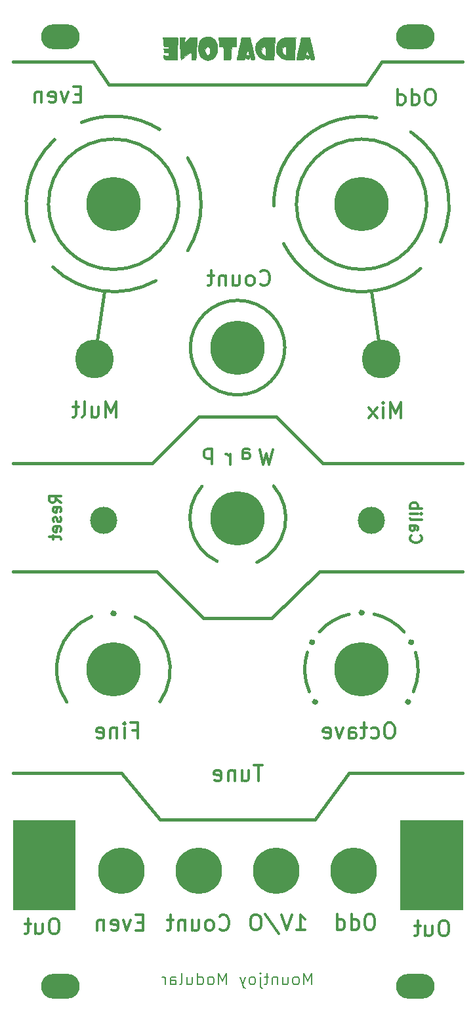
<source format=gbr>
%TF.GenerationSoftware,KiCad,Pcbnew,(5.99.0-12348-g4b436fb86d)*%
%TF.CreationDate,2021-09-22T22:40:44+01:00*%
%TF.ProjectId,Addatone Panel,41646461-746f-46e6-9520-50616e656c2e,rev?*%
%TF.SameCoordinates,Original*%
%TF.FileFunction,Soldermask,Bot*%
%TF.FilePolarity,Negative*%
%FSLAX46Y46*%
G04 Gerber Fmt 4.6, Leading zero omitted, Abs format (unit mm)*
G04 Created by KiCad (PCBNEW (5.99.0-12348-g4b436fb86d)) date 2021-09-22 22:40:44*
%MOMM*%
%LPD*%
G01*
G04 APERTURE LIST*
%ADD10C,0.400000*%
%ADD11C,0.100000*%
%ADD12C,0.700000*%
%ADD13C,0.300000*%
%ADD14C,0.150000*%
%ADD15C,0.010000*%
%ADD16O,5.000000X3.200000*%
%ADD17C,7.000000*%
%ADD18C,6.000000*%
%ADD19C,5.000000*%
%ADD20C,3.500000*%
G04 APERTURE END LIST*
D10*
X122410000Y-65000000D02*
G75*
G03*
X122410000Y-65000000I-8410000J0D01*
G01*
X152345462Y-55656681D02*
G75*
G02*
X156200000Y-69850000I-6345462J-9343319D01*
G01*
X153631514Y-73292918D02*
G75*
G02*
X135950000Y-70100000I-7631514J8292918D01*
G01*
X119465032Y-74867417D02*
G75*
G02*
X106150000Y-73100000I-5465032J9867417D01*
G01*
X112800000Y-76200000D02*
X111500000Y-84900000D01*
X123567269Y-59027429D02*
G75*
G02*
X123550000Y-71000000I-9517269J-5972571D01*
G01*
X109861232Y-54428134D02*
G75*
G02*
X119950000Y-55350000I4138768J-10371866D01*
G01*
X103767198Y-69772029D02*
G75*
G02*
X106400000Y-56650000I10232802J4772029D01*
G01*
X136100000Y-83500000D02*
G75*
G03*
X136100000Y-83500000I-6100000J0D01*
G01*
X127366495Y-111070875D02*
G75*
G02*
X125400000Y-101400000I2633505J5570875D01*
G01*
X134646408Y-101358636D02*
G75*
G02*
X132500000Y-111200000I-4646408J-4141364D01*
G01*
D11*
X159000000Y-156000000D02*
X151000000Y-156000000D01*
X151000000Y-156000000D02*
X151000000Y-144500000D01*
X151000000Y-144500000D02*
X159000000Y-144500000D01*
X159000000Y-144500000D02*
X159000000Y-156000000D01*
G36*
X159000000Y-156000000D02*
G01*
X151000000Y-156000000D01*
X151000000Y-144500000D01*
X159000000Y-144500000D01*
X159000000Y-156000000D01*
G37*
X159000000Y-156000000D02*
X151000000Y-156000000D01*
X151000000Y-144500000D01*
X159000000Y-144500000D01*
X159000000Y-156000000D01*
D10*
X141000000Y-98400000D02*
X159000000Y-98400000D01*
X140000000Y-144400000D02*
X144400000Y-138400000D01*
X101000000Y-138400000D02*
X115000000Y-138400000D01*
X120000000Y-144400000D02*
X140000000Y-144400000D01*
X115000000Y-138400000D02*
X120000000Y-144400000D01*
X144400000Y-138400000D02*
X159000000Y-138400000D01*
X125600000Y-118400000D02*
X119600000Y-112400000D01*
X159000000Y-112400000D02*
X140600000Y-112400000D01*
X134400000Y-118400000D02*
X125600000Y-118400000D01*
X140600000Y-112400000D02*
X134400000Y-118400000D01*
X119600000Y-112400000D02*
X101000000Y-112400000D01*
X113400000Y-49600000D02*
X146600000Y-49600000D01*
X146600000Y-49600000D02*
X148600000Y-46600000D01*
X101000000Y-46600000D02*
X111400000Y-46600000D01*
X111400000Y-46600000D02*
X113400000Y-49600000D01*
X148600000Y-46600000D02*
X159000000Y-46600000D01*
X116767790Y-118227720D02*
G75*
G02*
X119979203Y-129200000I-2788587J-6772280D01*
G01*
D11*
X109000000Y-156000000D02*
X101000000Y-156000000D01*
X101000000Y-156000000D02*
X101000000Y-144500000D01*
X101000000Y-144500000D02*
X109000000Y-144500000D01*
X109000000Y-144500000D02*
X109000000Y-156000000D01*
G36*
X109000000Y-156000000D02*
G01*
X101000000Y-156000000D01*
X101000000Y-144500000D01*
X109000000Y-144500000D01*
X109000000Y-156000000D01*
G37*
X109000000Y-156000000D02*
X101000000Y-156000000D01*
X101000000Y-144500000D01*
X109000000Y-144500000D01*
X109000000Y-156000000D01*
D10*
X134682526Y-65199425D02*
G75*
G02*
X147950000Y-53850000I11317474J199425D01*
G01*
D12*
X140070000Y-129200000D02*
G75*
G03*
X140070000Y-129200000I-70000J0D01*
G01*
D10*
X125000000Y-92400000D02*
X135000000Y-92400000D01*
X139257409Y-127894386D02*
G75*
G02*
X139000000Y-122800000I6742591J2894386D01*
G01*
X135000000Y-92400000D02*
X141000000Y-98400000D01*
X154410000Y-65000000D02*
G75*
G03*
X154410000Y-65000000I-8410000J0D01*
G01*
X147250000Y-76200000D02*
X148500000Y-85000000D01*
X140560318Y-120164727D02*
G75*
G02*
X144400000Y-117900000I5439682J-4835273D01*
G01*
X101000000Y-98400000D02*
X119000000Y-98400000D01*
D12*
X152070000Y-129200000D02*
G75*
G03*
X152070000Y-129200000I-70000J0D01*
G01*
D10*
X119000000Y-98400000D02*
X125000000Y-92400000D01*
X107954644Y-129217191D02*
G75*
G02*
X111179203Y-118200000I6024559J4217191D01*
G01*
X147617058Y-117881354D02*
G75*
G02*
X151500000Y-120200000I-1617058J-7118646D01*
G01*
D12*
X146070000Y-117700000D02*
G75*
G03*
X146070000Y-117700000I-70000J0D01*
G01*
X114049203Y-117800000D02*
G75*
G03*
X114049203Y-117800000I-70000J0D01*
G01*
X139670000Y-121500000D02*
G75*
G03*
X139670000Y-121500000I-70000J0D01*
G01*
X152470000Y-121500000D02*
G75*
G03*
X152470000Y-121500000I-70000J0D01*
G01*
D10*
X152964808Y-122811060D02*
G75*
G02*
X152700000Y-127900000I-6964808J-2188940D01*
G01*
D13*
X109752380Y-50807142D02*
X109085714Y-50807142D01*
X108800000Y-51854761D02*
X109752380Y-51854761D01*
X109752380Y-49854761D01*
X108800000Y-49854761D01*
X108133333Y-50521428D02*
X107657142Y-51854761D01*
X107180952Y-50521428D01*
X105657142Y-51759523D02*
X105847619Y-51854761D01*
X106228571Y-51854761D01*
X106419047Y-51759523D01*
X106514285Y-51569047D01*
X106514285Y-50807142D01*
X106419047Y-50616666D01*
X106228571Y-50521428D01*
X105847619Y-50521428D01*
X105657142Y-50616666D01*
X105561904Y-50807142D01*
X105561904Y-50997619D01*
X106514285Y-51188095D01*
X104704761Y-50521428D02*
X104704761Y-51854761D01*
X104704761Y-50711904D02*
X104609523Y-50616666D01*
X104419047Y-50521428D01*
X104133333Y-50521428D01*
X103942857Y-50616666D01*
X103847619Y-50807142D01*
X103847619Y-51854761D01*
X151052380Y-92554761D02*
X151052380Y-90554761D01*
X150385714Y-91983333D01*
X149719047Y-90554761D01*
X149719047Y-92554761D01*
X148766666Y-92554761D02*
X148766666Y-91221428D01*
X148766666Y-90554761D02*
X148861904Y-90650000D01*
X148766666Y-90745238D01*
X148671428Y-90650000D01*
X148766666Y-90554761D01*
X148766666Y-90745238D01*
X148004761Y-92554761D02*
X146957142Y-91221428D01*
X148004761Y-91221428D02*
X146957142Y-92554761D01*
X114316666Y-92454761D02*
X114316666Y-90454761D01*
X113650000Y-91883333D01*
X112983333Y-90454761D01*
X112983333Y-92454761D01*
X111173809Y-91121428D02*
X111173809Y-92454761D01*
X112030952Y-91121428D02*
X112030952Y-92169047D01*
X111935714Y-92359523D01*
X111745238Y-92454761D01*
X111459523Y-92454761D01*
X111269047Y-92359523D01*
X111173809Y-92264285D01*
X109935714Y-92454761D02*
X110126190Y-92359523D01*
X110221428Y-92169047D01*
X110221428Y-90454761D01*
X109459523Y-91121428D02*
X108697619Y-91121428D01*
X109173809Y-90454761D02*
X109173809Y-92169047D01*
X109078571Y-92359523D01*
X108888095Y-92454761D01*
X108697619Y-92454761D01*
X132916666Y-75314285D02*
X133011904Y-75409523D01*
X133297619Y-75504761D01*
X133488095Y-75504761D01*
X133773809Y-75409523D01*
X133964285Y-75219047D01*
X134059523Y-75028571D01*
X134154761Y-74647619D01*
X134154761Y-74361904D01*
X134059523Y-73980952D01*
X133964285Y-73790476D01*
X133773809Y-73600000D01*
X133488095Y-73504761D01*
X133297619Y-73504761D01*
X133011904Y-73600000D01*
X132916666Y-73695238D01*
X131773809Y-75504761D02*
X131964285Y-75409523D01*
X132059523Y-75314285D01*
X132154761Y-75123809D01*
X132154761Y-74552380D01*
X132059523Y-74361904D01*
X131964285Y-74266666D01*
X131773809Y-74171428D01*
X131488095Y-74171428D01*
X131297619Y-74266666D01*
X131202380Y-74361904D01*
X131107142Y-74552380D01*
X131107142Y-75123809D01*
X131202380Y-75314285D01*
X131297619Y-75409523D01*
X131488095Y-75504761D01*
X131773809Y-75504761D01*
X129392857Y-74171428D02*
X129392857Y-75504761D01*
X130250000Y-74171428D02*
X130250000Y-75219047D01*
X130154761Y-75409523D01*
X129964285Y-75504761D01*
X129678571Y-75504761D01*
X129488095Y-75409523D01*
X129392857Y-75314285D01*
X128440476Y-74171428D02*
X128440476Y-75504761D01*
X128440476Y-74361904D02*
X128345238Y-74266666D01*
X128154761Y-74171428D01*
X127869047Y-74171428D01*
X127678571Y-74266666D01*
X127583333Y-74457142D01*
X127583333Y-75504761D01*
X126916666Y-74171428D02*
X126154761Y-74171428D01*
X126630952Y-73504761D02*
X126630952Y-75219047D01*
X126535714Y-75409523D01*
X126345238Y-75504761D01*
X126154761Y-75504761D01*
X152414285Y-107742857D02*
X152342857Y-107814285D01*
X152271428Y-108028571D01*
X152271428Y-108171428D01*
X152342857Y-108385714D01*
X152485714Y-108528571D01*
X152628571Y-108600000D01*
X152914285Y-108671428D01*
X153128571Y-108671428D01*
X153414285Y-108600000D01*
X153557142Y-108528571D01*
X153700000Y-108385714D01*
X153771428Y-108171428D01*
X153771428Y-108028571D01*
X153700000Y-107814285D01*
X153628571Y-107742857D01*
X152271428Y-106457142D02*
X153057142Y-106457142D01*
X153200000Y-106528571D01*
X153271428Y-106671428D01*
X153271428Y-106957142D01*
X153200000Y-107100000D01*
X152342857Y-106457142D02*
X152271428Y-106600000D01*
X152271428Y-106957142D01*
X152342857Y-107100000D01*
X152485714Y-107171428D01*
X152628571Y-107171428D01*
X152771428Y-107100000D01*
X152842857Y-106957142D01*
X152842857Y-106600000D01*
X152914285Y-106457142D01*
X152271428Y-105528571D02*
X152342857Y-105671428D01*
X152485714Y-105742857D01*
X153771428Y-105742857D01*
X152271428Y-104957142D02*
X153271428Y-104957142D01*
X153771428Y-104957142D02*
X153700000Y-105028571D01*
X153628571Y-104957142D01*
X153700000Y-104885714D01*
X153771428Y-104957142D01*
X153628571Y-104957142D01*
X152271428Y-104242857D02*
X153771428Y-104242857D01*
X153200000Y-104242857D02*
X153271428Y-104100000D01*
X153271428Y-103814285D01*
X153200000Y-103671428D01*
X153128571Y-103600000D01*
X152985714Y-103528571D01*
X152557142Y-103528571D01*
X152414285Y-103600000D01*
X152342857Y-103671428D01*
X152271428Y-103814285D01*
X152271428Y-104100000D01*
X152342857Y-104242857D01*
X107228571Y-103492857D02*
X106514285Y-102992857D01*
X107228571Y-102635714D02*
X105728571Y-102635714D01*
X105728571Y-103207142D01*
X105800000Y-103350000D01*
X105871428Y-103421428D01*
X106014285Y-103492857D01*
X106228571Y-103492857D01*
X106371428Y-103421428D01*
X106442857Y-103350000D01*
X106514285Y-103207142D01*
X106514285Y-102635714D01*
X107157142Y-104707142D02*
X107228571Y-104564285D01*
X107228571Y-104278571D01*
X107157142Y-104135714D01*
X107014285Y-104064285D01*
X106442857Y-104064285D01*
X106300000Y-104135714D01*
X106228571Y-104278571D01*
X106228571Y-104564285D01*
X106300000Y-104707142D01*
X106442857Y-104778571D01*
X106585714Y-104778571D01*
X106728571Y-104064285D01*
X107157142Y-105350000D02*
X107228571Y-105492857D01*
X107228571Y-105778571D01*
X107157142Y-105921428D01*
X107014285Y-105992857D01*
X106942857Y-105992857D01*
X106800000Y-105921428D01*
X106728571Y-105778571D01*
X106728571Y-105564285D01*
X106657142Y-105421428D01*
X106514285Y-105350000D01*
X106442857Y-105350000D01*
X106300000Y-105421428D01*
X106228571Y-105564285D01*
X106228571Y-105778571D01*
X106300000Y-105921428D01*
X107157142Y-107207142D02*
X107228571Y-107064285D01*
X107228571Y-106778571D01*
X107157142Y-106635714D01*
X107014285Y-106564285D01*
X106442857Y-106564285D01*
X106300000Y-106635714D01*
X106228571Y-106778571D01*
X106228571Y-107064285D01*
X106300000Y-107207142D01*
X106442857Y-107278571D01*
X106585714Y-107278571D01*
X106728571Y-106564285D01*
X106228571Y-107707142D02*
X106228571Y-108278571D01*
X105728571Y-107921428D02*
X107014285Y-107921428D01*
X107157142Y-107992857D01*
X107228571Y-108135714D01*
X107228571Y-108278571D01*
X134550000Y-96604761D02*
X134073809Y-98604761D01*
X133692857Y-97176190D01*
X133311904Y-98604761D01*
X132835714Y-96604761D01*
X129026190Y-98604761D02*
X129026190Y-97271428D01*
X129026190Y-97652380D02*
X128930952Y-97461904D01*
X128835714Y-97366666D01*
X128645238Y-97271428D01*
X128454761Y-97271428D01*
X156816666Y-157404761D02*
X156435714Y-157404761D01*
X156245238Y-157500000D01*
X156054761Y-157690476D01*
X155959523Y-158071428D01*
X155959523Y-158738095D01*
X156054761Y-159119047D01*
X156245238Y-159309523D01*
X156435714Y-159404761D01*
X156816666Y-159404761D01*
X157007142Y-159309523D01*
X157197619Y-159119047D01*
X157292857Y-158738095D01*
X157292857Y-158071428D01*
X157197619Y-157690476D01*
X157007142Y-157500000D01*
X156816666Y-157404761D01*
X154245238Y-158071428D02*
X154245238Y-159404761D01*
X155102380Y-158071428D02*
X155102380Y-159119047D01*
X155007142Y-159309523D01*
X154816666Y-159404761D01*
X154530952Y-159404761D01*
X154340476Y-159309523D01*
X154245238Y-159214285D01*
X153578571Y-158071428D02*
X152816666Y-158071428D01*
X153292857Y-157404761D02*
X153292857Y-159119047D01*
X153197619Y-159309523D01*
X153007142Y-159404761D01*
X152816666Y-159404761D01*
X137580952Y-158654761D02*
X138723809Y-158654761D01*
X138152380Y-158654761D02*
X138152380Y-156654761D01*
X138342857Y-156940476D01*
X138533333Y-157130952D01*
X138723809Y-157226190D01*
X137009523Y-156654761D02*
X136342857Y-158654761D01*
X135676190Y-156654761D01*
X133580952Y-156559523D02*
X135295238Y-159130952D01*
X132533333Y-156654761D02*
X132152380Y-156654761D01*
X131961904Y-156750000D01*
X131771428Y-156940476D01*
X131676190Y-157321428D01*
X131676190Y-157988095D01*
X131771428Y-158369047D01*
X131961904Y-158559523D01*
X132152380Y-158654761D01*
X132533333Y-158654761D01*
X132723809Y-158559523D01*
X132914285Y-158369047D01*
X133009523Y-157988095D01*
X133009523Y-157321428D01*
X132914285Y-156940476D01*
X132723809Y-156750000D01*
X132533333Y-156654761D01*
X147250000Y-156604761D02*
X146869047Y-156604761D01*
X146678571Y-156700000D01*
X146488095Y-156890476D01*
X146392857Y-157271428D01*
X146392857Y-157938095D01*
X146488095Y-158319047D01*
X146678571Y-158509523D01*
X146869047Y-158604761D01*
X147250000Y-158604761D01*
X147440476Y-158509523D01*
X147630952Y-158319047D01*
X147726190Y-157938095D01*
X147726190Y-157271428D01*
X147630952Y-156890476D01*
X147440476Y-156700000D01*
X147250000Y-156604761D01*
X144678571Y-158604761D02*
X144678571Y-156604761D01*
X144678571Y-158509523D02*
X144869047Y-158604761D01*
X145250000Y-158604761D01*
X145440476Y-158509523D01*
X145535714Y-158414285D01*
X145630952Y-158223809D01*
X145630952Y-157652380D01*
X145535714Y-157461904D01*
X145440476Y-157366666D01*
X145250000Y-157271428D01*
X144869047Y-157271428D01*
X144678571Y-157366666D01*
X142869047Y-158604761D02*
X142869047Y-156604761D01*
X142869047Y-158509523D02*
X143059523Y-158604761D01*
X143440476Y-158604761D01*
X143630952Y-158509523D01*
X143726190Y-158414285D01*
X143821428Y-158223809D01*
X143821428Y-157652380D01*
X143726190Y-157461904D01*
X143630952Y-157366666D01*
X143440476Y-157271428D01*
X143059523Y-157271428D01*
X142869047Y-157366666D01*
X127666666Y-158514285D02*
X127761904Y-158609523D01*
X128047619Y-158704761D01*
X128238095Y-158704761D01*
X128523809Y-158609523D01*
X128714285Y-158419047D01*
X128809523Y-158228571D01*
X128904761Y-157847619D01*
X128904761Y-157561904D01*
X128809523Y-157180952D01*
X128714285Y-156990476D01*
X128523809Y-156800000D01*
X128238095Y-156704761D01*
X128047619Y-156704761D01*
X127761904Y-156800000D01*
X127666666Y-156895238D01*
X126523809Y-158704761D02*
X126714285Y-158609523D01*
X126809523Y-158514285D01*
X126904761Y-158323809D01*
X126904761Y-157752380D01*
X126809523Y-157561904D01*
X126714285Y-157466666D01*
X126523809Y-157371428D01*
X126238095Y-157371428D01*
X126047619Y-157466666D01*
X125952380Y-157561904D01*
X125857142Y-157752380D01*
X125857142Y-158323809D01*
X125952380Y-158514285D01*
X126047619Y-158609523D01*
X126238095Y-158704761D01*
X126523809Y-158704761D01*
X124142857Y-157371428D02*
X124142857Y-158704761D01*
X125000000Y-157371428D02*
X125000000Y-158419047D01*
X124904761Y-158609523D01*
X124714285Y-158704761D01*
X124428571Y-158704761D01*
X124238095Y-158609523D01*
X124142857Y-158514285D01*
X123190476Y-157371428D02*
X123190476Y-158704761D01*
X123190476Y-157561904D02*
X123095238Y-157466666D01*
X122904761Y-157371428D01*
X122619047Y-157371428D01*
X122428571Y-157466666D01*
X122333333Y-157657142D01*
X122333333Y-158704761D01*
X121666666Y-157371428D02*
X120904761Y-157371428D01*
X121380952Y-156704761D02*
X121380952Y-158419047D01*
X121285714Y-158609523D01*
X121095238Y-158704761D01*
X120904761Y-158704761D01*
X117802380Y-157657142D02*
X117135714Y-157657142D01*
X116850000Y-158704761D02*
X117802380Y-158704761D01*
X117802380Y-156704761D01*
X116850000Y-156704761D01*
X116183333Y-157371428D02*
X115707142Y-158704761D01*
X115230952Y-157371428D01*
X113707142Y-158609523D02*
X113897619Y-158704761D01*
X114278571Y-158704761D01*
X114469047Y-158609523D01*
X114564285Y-158419047D01*
X114564285Y-157657142D01*
X114469047Y-157466666D01*
X114278571Y-157371428D01*
X113897619Y-157371428D01*
X113707142Y-157466666D01*
X113611904Y-157657142D01*
X113611904Y-157847619D01*
X114564285Y-158038095D01*
X112754761Y-157371428D02*
X112754761Y-158704761D01*
X112754761Y-157561904D02*
X112659523Y-157466666D01*
X112469047Y-157371428D01*
X112183333Y-157371428D01*
X111992857Y-157466666D01*
X111897619Y-157657142D01*
X111897619Y-158704761D01*
X106516666Y-157154761D02*
X106135714Y-157154761D01*
X105945238Y-157250000D01*
X105754761Y-157440476D01*
X105659523Y-157821428D01*
X105659523Y-158488095D01*
X105754761Y-158869047D01*
X105945238Y-159059523D01*
X106135714Y-159154761D01*
X106516666Y-159154761D01*
X106707142Y-159059523D01*
X106897619Y-158869047D01*
X106992857Y-158488095D01*
X106992857Y-157821428D01*
X106897619Y-157440476D01*
X106707142Y-157250000D01*
X106516666Y-157154761D01*
X103945238Y-157821428D02*
X103945238Y-159154761D01*
X104802380Y-157821428D02*
X104802380Y-158869047D01*
X104707142Y-159059523D01*
X104516666Y-159154761D01*
X104230952Y-159154761D01*
X104040476Y-159059523D01*
X103945238Y-158964285D01*
X103278571Y-157821428D02*
X102516666Y-157821428D01*
X102992857Y-157154761D02*
X102992857Y-158869047D01*
X102897619Y-159059523D01*
X102707142Y-159154761D01*
X102516666Y-159154761D01*
X130650000Y-97854761D02*
X130650000Y-96807142D01*
X130745238Y-96616666D01*
X130935714Y-96521428D01*
X131316666Y-96521428D01*
X131507142Y-96616666D01*
X130650000Y-97759523D02*
X130840476Y-97854761D01*
X131316666Y-97854761D01*
X131507142Y-97759523D01*
X131602380Y-97569047D01*
X131602380Y-97378571D01*
X131507142Y-97188095D01*
X131316666Y-97092857D01*
X130840476Y-97092857D01*
X130650000Y-96997619D01*
X126650000Y-96521428D02*
X126650000Y-98521428D01*
X126650000Y-96616666D02*
X126459523Y-96521428D01*
X126078571Y-96521428D01*
X125888095Y-96616666D01*
X125792857Y-96711904D01*
X125697619Y-96902380D01*
X125697619Y-97473809D01*
X125792857Y-97664285D01*
X125888095Y-97759523D01*
X126078571Y-97854761D01*
X126459523Y-97854761D01*
X126650000Y-97759523D01*
X133238095Y-137404761D02*
X132095238Y-137404761D01*
X132666666Y-139404761D02*
X132666666Y-137404761D01*
X130571428Y-138071428D02*
X130571428Y-139404761D01*
X131428571Y-138071428D02*
X131428571Y-139119047D01*
X131333333Y-139309523D01*
X131142857Y-139404761D01*
X130857142Y-139404761D01*
X130666666Y-139309523D01*
X130571428Y-139214285D01*
X129619047Y-138071428D02*
X129619047Y-139404761D01*
X129619047Y-138261904D02*
X129523809Y-138166666D01*
X129333333Y-138071428D01*
X129047619Y-138071428D01*
X128857142Y-138166666D01*
X128761904Y-138357142D01*
X128761904Y-139404761D01*
X127047619Y-139309523D02*
X127238095Y-139404761D01*
X127619047Y-139404761D01*
X127809523Y-139309523D01*
X127904761Y-139119047D01*
X127904761Y-138357142D01*
X127809523Y-138166666D01*
X127619047Y-138071428D01*
X127238095Y-138071428D01*
X127047619Y-138166666D01*
X126952380Y-138357142D01*
X126952380Y-138547619D01*
X127904761Y-138738095D01*
D14*
X139571428Y-165678571D02*
X139571428Y-164178571D01*
X139071428Y-165250000D01*
X138571428Y-164178571D01*
X138571428Y-165678571D01*
X137642857Y-165678571D02*
X137785714Y-165607142D01*
X137857142Y-165535714D01*
X137928571Y-165392857D01*
X137928571Y-164964285D01*
X137857142Y-164821428D01*
X137785714Y-164750000D01*
X137642857Y-164678571D01*
X137428571Y-164678571D01*
X137285714Y-164750000D01*
X137214285Y-164821428D01*
X137142857Y-164964285D01*
X137142857Y-165392857D01*
X137214285Y-165535714D01*
X137285714Y-165607142D01*
X137428571Y-165678571D01*
X137642857Y-165678571D01*
X135857142Y-164678571D02*
X135857142Y-165678571D01*
X136500000Y-164678571D02*
X136500000Y-165464285D01*
X136428571Y-165607142D01*
X136285714Y-165678571D01*
X136071428Y-165678571D01*
X135928571Y-165607142D01*
X135857142Y-165535714D01*
X135142857Y-164678571D02*
X135142857Y-165678571D01*
X135142857Y-164821428D02*
X135071428Y-164750000D01*
X134928571Y-164678571D01*
X134714285Y-164678571D01*
X134571428Y-164750000D01*
X134500000Y-164892857D01*
X134500000Y-165678571D01*
X134000000Y-164678571D02*
X133428571Y-164678571D01*
X133785714Y-164178571D02*
X133785714Y-165464285D01*
X133714285Y-165607142D01*
X133571428Y-165678571D01*
X133428571Y-165678571D01*
X132928571Y-164678571D02*
X132928571Y-165964285D01*
X133000000Y-166107142D01*
X133142857Y-166178571D01*
X133214285Y-166178571D01*
X132928571Y-164178571D02*
X133000000Y-164250000D01*
X132928571Y-164321428D01*
X132857142Y-164250000D01*
X132928571Y-164178571D01*
X132928571Y-164321428D01*
X132000000Y-165678571D02*
X132142857Y-165607142D01*
X132214285Y-165535714D01*
X132285714Y-165392857D01*
X132285714Y-164964285D01*
X132214285Y-164821428D01*
X132142857Y-164750000D01*
X132000000Y-164678571D01*
X131785714Y-164678571D01*
X131642857Y-164750000D01*
X131571428Y-164821428D01*
X131500000Y-164964285D01*
X131500000Y-165392857D01*
X131571428Y-165535714D01*
X131642857Y-165607142D01*
X131785714Y-165678571D01*
X132000000Y-165678571D01*
X131000000Y-164678571D02*
X130642857Y-165678571D01*
X130285714Y-164678571D02*
X130642857Y-165678571D01*
X130785714Y-166035714D01*
X130857142Y-166107142D01*
X131000000Y-166178571D01*
X128571428Y-165678571D02*
X128571428Y-164178571D01*
X128071428Y-165250000D01*
X127571428Y-164178571D01*
X127571428Y-165678571D01*
X126642857Y-165678571D02*
X126785714Y-165607142D01*
X126857142Y-165535714D01*
X126928571Y-165392857D01*
X126928571Y-164964285D01*
X126857142Y-164821428D01*
X126785714Y-164750000D01*
X126642857Y-164678571D01*
X126428571Y-164678571D01*
X126285714Y-164750000D01*
X126214285Y-164821428D01*
X126142857Y-164964285D01*
X126142857Y-165392857D01*
X126214285Y-165535714D01*
X126285714Y-165607142D01*
X126428571Y-165678571D01*
X126642857Y-165678571D01*
X124857142Y-165678571D02*
X124857142Y-164178571D01*
X124857142Y-165607142D02*
X125000000Y-165678571D01*
X125285714Y-165678571D01*
X125428571Y-165607142D01*
X125500000Y-165535714D01*
X125571428Y-165392857D01*
X125571428Y-164964285D01*
X125500000Y-164821428D01*
X125428571Y-164750000D01*
X125285714Y-164678571D01*
X125000000Y-164678571D01*
X124857142Y-164750000D01*
X123500000Y-164678571D02*
X123500000Y-165678571D01*
X124142857Y-164678571D02*
X124142857Y-165464285D01*
X124071428Y-165607142D01*
X123928571Y-165678571D01*
X123714285Y-165678571D01*
X123571428Y-165607142D01*
X123500000Y-165535714D01*
X122571428Y-165678571D02*
X122714285Y-165607142D01*
X122785714Y-165464285D01*
X122785714Y-164178571D01*
X121357142Y-165678571D02*
X121357142Y-164892857D01*
X121428571Y-164750000D01*
X121571428Y-164678571D01*
X121857142Y-164678571D01*
X122000000Y-164750000D01*
X121357142Y-165607142D02*
X121500000Y-165678571D01*
X121857142Y-165678571D01*
X122000000Y-165607142D01*
X122071428Y-165464285D01*
X122071428Y-165321428D01*
X122000000Y-165178571D01*
X121857142Y-165107142D01*
X121500000Y-165107142D01*
X121357142Y-165035714D01*
X120642857Y-165678571D02*
X120642857Y-164678571D01*
X120642857Y-164964285D02*
X120571428Y-164821428D01*
X120500000Y-164750000D01*
X120357142Y-164678571D01*
X120214285Y-164678571D01*
D13*
X155050000Y-50154761D02*
X154669047Y-50154761D01*
X154478571Y-50250000D01*
X154288095Y-50440476D01*
X154192857Y-50821428D01*
X154192857Y-51488095D01*
X154288095Y-51869047D01*
X154478571Y-52059523D01*
X154669047Y-52154761D01*
X155050000Y-52154761D01*
X155240476Y-52059523D01*
X155430952Y-51869047D01*
X155526190Y-51488095D01*
X155526190Y-50821428D01*
X155430952Y-50440476D01*
X155240476Y-50250000D01*
X155050000Y-50154761D01*
X152478571Y-52154761D02*
X152478571Y-50154761D01*
X152478571Y-52059523D02*
X152669047Y-52154761D01*
X153050000Y-52154761D01*
X153240476Y-52059523D01*
X153335714Y-51964285D01*
X153430952Y-51773809D01*
X153430952Y-51202380D01*
X153335714Y-51011904D01*
X153240476Y-50916666D01*
X153050000Y-50821428D01*
X152669047Y-50821428D01*
X152478571Y-50916666D01*
X150669047Y-52154761D02*
X150669047Y-50154761D01*
X150669047Y-52059523D02*
X150859523Y-52154761D01*
X151240476Y-52154761D01*
X151430952Y-52059523D01*
X151526190Y-51964285D01*
X151621428Y-51773809D01*
X151621428Y-51202380D01*
X151526190Y-51011904D01*
X151430952Y-50916666D01*
X151240476Y-50821428D01*
X150859523Y-50821428D01*
X150669047Y-50916666D01*
X149792857Y-131904761D02*
X149411904Y-131904761D01*
X149221428Y-132000000D01*
X149030952Y-132190476D01*
X148935714Y-132571428D01*
X148935714Y-133238095D01*
X149030952Y-133619047D01*
X149221428Y-133809523D01*
X149411904Y-133904761D01*
X149792857Y-133904761D01*
X149983333Y-133809523D01*
X150173809Y-133619047D01*
X150269047Y-133238095D01*
X150269047Y-132571428D01*
X150173809Y-132190476D01*
X149983333Y-132000000D01*
X149792857Y-131904761D01*
X147221428Y-133809523D02*
X147411904Y-133904761D01*
X147792857Y-133904761D01*
X147983333Y-133809523D01*
X148078571Y-133714285D01*
X148173809Y-133523809D01*
X148173809Y-132952380D01*
X148078571Y-132761904D01*
X147983333Y-132666666D01*
X147792857Y-132571428D01*
X147411904Y-132571428D01*
X147221428Y-132666666D01*
X146650000Y-132571428D02*
X145888095Y-132571428D01*
X146364285Y-131904761D02*
X146364285Y-133619047D01*
X146269047Y-133809523D01*
X146078571Y-133904761D01*
X145888095Y-133904761D01*
X144364285Y-133904761D02*
X144364285Y-132857142D01*
X144459523Y-132666666D01*
X144650000Y-132571428D01*
X145030952Y-132571428D01*
X145221428Y-132666666D01*
X144364285Y-133809523D02*
X144554761Y-133904761D01*
X145030952Y-133904761D01*
X145221428Y-133809523D01*
X145316666Y-133619047D01*
X145316666Y-133428571D01*
X145221428Y-133238095D01*
X145030952Y-133142857D01*
X144554761Y-133142857D01*
X144364285Y-133047619D01*
X143602380Y-132571428D02*
X143126190Y-133904761D01*
X142650000Y-132571428D01*
X141126190Y-133809523D02*
X141316666Y-133904761D01*
X141697619Y-133904761D01*
X141888095Y-133809523D01*
X141983333Y-133619047D01*
X141983333Y-132857142D01*
X141888095Y-132666666D01*
X141697619Y-132571428D01*
X141316666Y-132571428D01*
X141126190Y-132666666D01*
X141030952Y-132857142D01*
X141030952Y-133047619D01*
X141983333Y-133238095D01*
X116431583Y-132857142D02*
X117098250Y-132857142D01*
X117098250Y-133904761D02*
X117098250Y-131904761D01*
X116145869Y-131904761D01*
X115383964Y-133904761D02*
X115383964Y-132571428D01*
X115383964Y-131904761D02*
X115479203Y-132000000D01*
X115383964Y-132095238D01*
X115288726Y-132000000D01*
X115383964Y-131904761D01*
X115383964Y-132095238D01*
X114431583Y-132571428D02*
X114431583Y-133904761D01*
X114431583Y-132761904D02*
X114336345Y-132666666D01*
X114145869Y-132571428D01*
X113860155Y-132571428D01*
X113669679Y-132666666D01*
X113574441Y-132857142D01*
X113574441Y-133904761D01*
X111860155Y-133809523D02*
X112050631Y-133904761D01*
X112431583Y-133904761D01*
X112622060Y-133809523D01*
X112717298Y-133619047D01*
X112717298Y-132857142D01*
X112622060Y-132666666D01*
X112431583Y-132571428D01*
X112050631Y-132571428D01*
X111860155Y-132666666D01*
X111764917Y-132857142D01*
X111764917Y-133047619D01*
X112717298Y-133238095D01*
D15*
X136079395Y-43506107D02*
X135669224Y-43660415D01*
X135669224Y-43660415D02*
X135340048Y-43890974D01*
X135340048Y-43890974D02*
X135124587Y-44159912D01*
X135124587Y-44159912D02*
X135030281Y-44405457D01*
X135030281Y-44405457D02*
X134976320Y-44720920D01*
X134976320Y-44720920D02*
X134967553Y-45054281D01*
X134967553Y-45054281D02*
X135008835Y-45353519D01*
X135008835Y-45353519D02*
X135012111Y-45365958D01*
X135012111Y-45365958D02*
X135156361Y-45683487D01*
X135156361Y-45683487D02*
X135392752Y-45969151D01*
X135392752Y-45969151D02*
X135686660Y-46183352D01*
X135686660Y-46183352D02*
X135756584Y-46217390D01*
X135756584Y-46217390D02*
X135976805Y-46284080D01*
X135976805Y-46284080D02*
X136276760Y-46335295D01*
X136276760Y-46335295D02*
X136609646Y-46366386D01*
X136609646Y-46366386D02*
X136928660Y-46372706D01*
X136928660Y-46372706D02*
X137149834Y-46355743D01*
X137149834Y-46355743D02*
X137346418Y-46326913D01*
X137346418Y-46326913D02*
X137376739Y-45519251D01*
X137376739Y-45519251D02*
X136280610Y-45519251D01*
X136280610Y-45519251D02*
X136279010Y-45690607D01*
X136279010Y-45690607D02*
X136263135Y-45779473D01*
X136263135Y-45779473D02*
X136227844Y-45808071D01*
X136227844Y-45808071D02*
X136167996Y-45798625D01*
X136167996Y-45798625D02*
X136146075Y-45792170D01*
X136146075Y-45792170D02*
X135982841Y-45712225D01*
X135982841Y-45712225D02*
X135882627Y-45635476D01*
X135882627Y-45635476D02*
X135801146Y-45501820D01*
X135801146Y-45501820D02*
X135742700Y-45306962D01*
X135742700Y-45306962D02*
X135733199Y-45244490D01*
X135733199Y-45244490D02*
X135747847Y-44978431D01*
X135747847Y-44978431D02*
X135852738Y-44785720D01*
X135852738Y-44785720D02*
X136038583Y-44681057D01*
X136038583Y-44681057D02*
X136096000Y-44670446D01*
X136096000Y-44670446D02*
X136170191Y-44665438D01*
X136170191Y-44665438D02*
X136217549Y-44688207D01*
X136217549Y-44688207D02*
X136245245Y-44761940D01*
X136245245Y-44761940D02*
X136260446Y-44909824D01*
X136260446Y-44909824D02*
X136270323Y-45155048D01*
X136270323Y-45155048D02*
X136273075Y-45243181D01*
X136273075Y-45243181D02*
X136280610Y-45519251D01*
X136280610Y-45519251D02*
X137376739Y-45519251D01*
X137376739Y-45519251D02*
X137389217Y-45186896D01*
X137389217Y-45186896D02*
X137405381Y-44797256D01*
X137405381Y-44797256D02*
X137423353Y-44431895D01*
X137423353Y-44431895D02*
X137441590Y-44117902D01*
X137441590Y-44117902D02*
X137458547Y-43882367D01*
X137458547Y-43882367D02*
X137470015Y-43769640D01*
X137470015Y-43769640D02*
X137508015Y-43492402D01*
X137508015Y-43492402D02*
X137085280Y-43447131D01*
X137085280Y-43447131D02*
X136556201Y-43433273D01*
X136556201Y-43433273D02*
X136079395Y-43506107D01*
X136079395Y-43506107D02*
X136079395Y-43506107D01*
G36*
X137149834Y-46355743D02*
G01*
X136928660Y-46372706D01*
X136609646Y-46366386D01*
X136276760Y-46335295D01*
X135976805Y-46284080D01*
X135756584Y-46217390D01*
X135686660Y-46183352D01*
X135392752Y-45969151D01*
X135156361Y-45683487D01*
X135012111Y-45365958D01*
X135008835Y-45353519D01*
X134993794Y-45244490D01*
X135733199Y-45244490D01*
X135742700Y-45306962D01*
X135801146Y-45501820D01*
X135882627Y-45635476D01*
X135982841Y-45712225D01*
X136146075Y-45792170D01*
X136167996Y-45798625D01*
X136227844Y-45808071D01*
X136263135Y-45779473D01*
X136279010Y-45690607D01*
X136280610Y-45519251D01*
X136273075Y-45243181D01*
X136270323Y-45155048D01*
X136260446Y-44909824D01*
X136245245Y-44761940D01*
X136217549Y-44688207D01*
X136170191Y-44665438D01*
X136096000Y-44670446D01*
X136038583Y-44681057D01*
X135852738Y-44785720D01*
X135747847Y-44978431D01*
X135733199Y-45244490D01*
X134993794Y-45244490D01*
X134967553Y-45054281D01*
X134976320Y-44720920D01*
X135030281Y-44405457D01*
X135124587Y-44159912D01*
X135340048Y-43890974D01*
X135669224Y-43660415D01*
X136079395Y-43506107D01*
X136556201Y-43433273D01*
X137085280Y-43447131D01*
X137508015Y-43492402D01*
X137470015Y-43769640D01*
X137458547Y-43882367D01*
X137441590Y-44117902D01*
X137423353Y-44431895D01*
X137405381Y-44797256D01*
X137389217Y-45186896D01*
X137376739Y-45519251D01*
X137346418Y-46326913D01*
X137149834Y-46355743D01*
G37*
X137149834Y-46355743D02*
X136928660Y-46372706D01*
X136609646Y-46366386D01*
X136276760Y-46335295D01*
X135976805Y-46284080D01*
X135756584Y-46217390D01*
X135686660Y-46183352D01*
X135392752Y-45969151D01*
X135156361Y-45683487D01*
X135012111Y-45365958D01*
X135008835Y-45353519D01*
X134993794Y-45244490D01*
X135733199Y-45244490D01*
X135742700Y-45306962D01*
X135801146Y-45501820D01*
X135882627Y-45635476D01*
X135982841Y-45712225D01*
X136146075Y-45792170D01*
X136167996Y-45798625D01*
X136227844Y-45808071D01*
X136263135Y-45779473D01*
X136279010Y-45690607D01*
X136280610Y-45519251D01*
X136273075Y-45243181D01*
X136270323Y-45155048D01*
X136260446Y-44909824D01*
X136245245Y-44761940D01*
X136217549Y-44688207D01*
X136170191Y-44665438D01*
X136096000Y-44670446D01*
X136038583Y-44681057D01*
X135852738Y-44785720D01*
X135747847Y-44978431D01*
X135733199Y-45244490D01*
X134993794Y-45244490D01*
X134967553Y-45054281D01*
X134976320Y-44720920D01*
X135030281Y-44405457D01*
X135124587Y-44159912D01*
X135340048Y-43890974D01*
X135669224Y-43660415D01*
X136079395Y-43506107D01*
X136556201Y-43433273D01*
X137085280Y-43447131D01*
X137508015Y-43492402D01*
X137470015Y-43769640D01*
X137458547Y-43882367D01*
X137441590Y-44117902D01*
X137423353Y-44431895D01*
X137405381Y-44797256D01*
X137389217Y-45186896D01*
X137376739Y-45519251D01*
X137346418Y-46326913D01*
X137149834Y-46355743D01*
X138126302Y-43841125D02*
X138083490Y-44043906D01*
X138083490Y-44043906D02*
X138022749Y-44321223D01*
X138022749Y-44321223D02*
X137949852Y-44647822D01*
X137949852Y-44647822D02*
X137870568Y-44998448D01*
X137870568Y-44998448D02*
X137790669Y-45347846D01*
X137790669Y-45347846D02*
X137715925Y-45670763D01*
X137715925Y-45670763D02*
X137652106Y-45941943D01*
X137652106Y-45941943D02*
X137604983Y-46136133D01*
X137604983Y-46136133D02*
X137582189Y-46222375D01*
X137582189Y-46222375D02*
X137577660Y-46277293D01*
X137577660Y-46277293D02*
X137621082Y-46310523D01*
X137621082Y-46310523D02*
X137735537Y-46327364D01*
X137735537Y-46327364D02*
X137944105Y-46333116D01*
X137944105Y-46333116D02*
X138066166Y-46333500D01*
X138066166Y-46333500D02*
X138324507Y-46330493D01*
X138324507Y-46330493D02*
X138482969Y-46317267D01*
X138482969Y-46317267D02*
X138568613Y-46287515D01*
X138568613Y-46287515D02*
X138608502Y-46234926D01*
X138608502Y-46234926D02*
X138618032Y-46204851D01*
X138618032Y-46204851D02*
X138644473Y-46126789D01*
X138644473Y-46126789D02*
X138690395Y-46111260D01*
X138690395Y-46111260D02*
X138791255Y-46159082D01*
X138791255Y-46159082D02*
X138879950Y-46210889D01*
X138879950Y-46210889D02*
X139024026Y-46280617D01*
X139024026Y-46280617D02*
X139115362Y-46296111D01*
X139115362Y-46296111D02*
X139128403Y-46285042D01*
X139128403Y-46285042D02*
X139179687Y-46188170D01*
X139179687Y-46188170D02*
X139232141Y-46110233D01*
X139232141Y-46110233D02*
X139294919Y-46039755D01*
X139294919Y-46039755D02*
X139331444Y-46071685D01*
X139331444Y-46071685D02*
X139358061Y-46164728D01*
X139358061Y-46164728D02*
X139402917Y-46275179D01*
X139402917Y-46275179D02*
X139490732Y-46323308D01*
X139490732Y-46323308D02*
X139653210Y-46333500D01*
X139653210Y-46333500D02*
X139811840Y-46320955D01*
X139811840Y-46320955D02*
X139899751Y-46289637D01*
X139899751Y-46289637D02*
X139906000Y-46277210D01*
X139906000Y-46277210D02*
X139891997Y-46198420D01*
X139891997Y-46198420D02*
X139853464Y-46019470D01*
X139853464Y-46019470D02*
X139798861Y-45778000D01*
X139798861Y-45778000D02*
X139206426Y-45778000D01*
X139206426Y-45778000D02*
X139167914Y-45817481D01*
X139167914Y-45817481D02*
X139042630Y-45800269D01*
X139042630Y-45800269D02*
X139010483Y-45793432D01*
X139010483Y-45793432D02*
X138858755Y-45756090D01*
X138858755Y-45756090D02*
X138772357Y-45725814D01*
X138772357Y-45725814D02*
X138768608Y-45723147D01*
X138768608Y-45723147D02*
X138769019Y-45652000D01*
X138769019Y-45652000D02*
X138805365Y-45512068D01*
X138805365Y-45512068D02*
X138861491Y-45350393D01*
X138861491Y-45350393D02*
X138921241Y-45214017D01*
X138921241Y-45214017D02*
X138964834Y-45151745D01*
X138964834Y-45151745D02*
X139020508Y-45181051D01*
X139020508Y-45181051D02*
X139087267Y-45307084D01*
X139087267Y-45307084D02*
X139152643Y-45501772D01*
X139152643Y-45501772D02*
X139189729Y-45657975D01*
X139189729Y-45657975D02*
X139206426Y-45778000D01*
X139206426Y-45778000D02*
X139798861Y-45778000D01*
X139798861Y-45778000D02*
X139795619Y-45763667D01*
X139795619Y-45763667D02*
X139723676Y-45454318D01*
X139723676Y-45454318D02*
X139689277Y-45308835D01*
X139689277Y-45308835D02*
X139603373Y-44938225D01*
X139603373Y-44938225D02*
X139521067Y-44566981D01*
X139521067Y-44566981D02*
X139450684Y-44233713D01*
X139450684Y-44233713D02*
X139400550Y-43977031D01*
X139400550Y-43977031D02*
X139393357Y-43936375D01*
X139393357Y-43936375D02*
X139314161Y-43476000D01*
X139314161Y-43476000D02*
X138200505Y-43476000D01*
X138200505Y-43476000D02*
X138126302Y-43841125D01*
X138126302Y-43841125D02*
X138126302Y-43841125D01*
G36*
X139891997Y-46198420D02*
G01*
X139906000Y-46277210D01*
X139899751Y-46289637D01*
X139811840Y-46320955D01*
X139653210Y-46333500D01*
X139490732Y-46323308D01*
X139402917Y-46275179D01*
X139358061Y-46164728D01*
X139331444Y-46071685D01*
X139294919Y-46039755D01*
X139232141Y-46110233D01*
X139179687Y-46188170D01*
X139128403Y-46285042D01*
X139115362Y-46296111D01*
X139024026Y-46280617D01*
X138879950Y-46210889D01*
X138791255Y-46159082D01*
X138690395Y-46111260D01*
X138644473Y-46126789D01*
X138618032Y-46204851D01*
X138608502Y-46234926D01*
X138568613Y-46287515D01*
X138482969Y-46317267D01*
X138324507Y-46330493D01*
X138066166Y-46333500D01*
X137944105Y-46333116D01*
X137735537Y-46327364D01*
X137621082Y-46310523D01*
X137577660Y-46277293D01*
X137582189Y-46222375D01*
X137604983Y-46136133D01*
X137652106Y-45941943D01*
X137703597Y-45723147D01*
X138768608Y-45723147D01*
X138772357Y-45725814D01*
X138858755Y-45756090D01*
X139010483Y-45793432D01*
X139042630Y-45800269D01*
X139167914Y-45817481D01*
X139206426Y-45778000D01*
X139189729Y-45657975D01*
X139152643Y-45501772D01*
X139087267Y-45307084D01*
X139020508Y-45181051D01*
X138964834Y-45151745D01*
X138921241Y-45214017D01*
X138861491Y-45350393D01*
X138805365Y-45512068D01*
X138769019Y-45652000D01*
X138768608Y-45723147D01*
X137703597Y-45723147D01*
X137715925Y-45670763D01*
X137790669Y-45347846D01*
X137870568Y-44998448D01*
X137949852Y-44647822D01*
X138022749Y-44321223D01*
X138083490Y-44043906D01*
X138126302Y-43841125D01*
X138200505Y-43476000D01*
X139314161Y-43476000D01*
X139393357Y-43936375D01*
X139400550Y-43977031D01*
X139450684Y-44233713D01*
X139521067Y-44566981D01*
X139603373Y-44938225D01*
X139689277Y-45308835D01*
X139723676Y-45454318D01*
X139795619Y-45763667D01*
X139798861Y-45778000D01*
X139853464Y-46019470D01*
X139891997Y-46198420D01*
G37*
X139891997Y-46198420D02*
X139906000Y-46277210D01*
X139899751Y-46289637D01*
X139811840Y-46320955D01*
X139653210Y-46333500D01*
X139490732Y-46323308D01*
X139402917Y-46275179D01*
X139358061Y-46164728D01*
X139331444Y-46071685D01*
X139294919Y-46039755D01*
X139232141Y-46110233D01*
X139179687Y-46188170D01*
X139128403Y-46285042D01*
X139115362Y-46296111D01*
X139024026Y-46280617D01*
X138879950Y-46210889D01*
X138791255Y-46159082D01*
X138690395Y-46111260D01*
X138644473Y-46126789D01*
X138618032Y-46204851D01*
X138608502Y-46234926D01*
X138568613Y-46287515D01*
X138482969Y-46317267D01*
X138324507Y-46330493D01*
X138066166Y-46333500D01*
X137944105Y-46333116D01*
X137735537Y-46327364D01*
X137621082Y-46310523D01*
X137577660Y-46277293D01*
X137582189Y-46222375D01*
X137604983Y-46136133D01*
X137652106Y-45941943D01*
X137703597Y-45723147D01*
X138768608Y-45723147D01*
X138772357Y-45725814D01*
X138858755Y-45756090D01*
X139010483Y-45793432D01*
X139042630Y-45800269D01*
X139167914Y-45817481D01*
X139206426Y-45778000D01*
X139189729Y-45657975D01*
X139152643Y-45501772D01*
X139087267Y-45307084D01*
X139020508Y-45181051D01*
X138964834Y-45151745D01*
X138921241Y-45214017D01*
X138861491Y-45350393D01*
X138805365Y-45512068D01*
X138769019Y-45652000D01*
X138768608Y-45723147D01*
X137703597Y-45723147D01*
X137715925Y-45670763D01*
X137790669Y-45347846D01*
X137870568Y-44998448D01*
X137949852Y-44647822D01*
X138022749Y-44321223D01*
X138083490Y-44043906D01*
X138126302Y-43841125D01*
X138200505Y-43476000D01*
X139314161Y-43476000D01*
X139393357Y-43936375D01*
X139400550Y-43977031D01*
X139450684Y-44233713D01*
X139521067Y-44566981D01*
X139603373Y-44938225D01*
X139689277Y-45308835D01*
X139723676Y-45454318D01*
X139795619Y-45763667D01*
X139798861Y-45778000D01*
X139853464Y-46019470D01*
X139891997Y-46198420D01*
X120396290Y-43936374D02*
X120411281Y-44246068D01*
X120411281Y-44246068D02*
X120430995Y-44449988D01*
X120430995Y-44449988D02*
X120467375Y-44569152D01*
X120467375Y-44569152D02*
X120532366Y-44624582D01*
X120532366Y-44624582D02*
X120637910Y-44637298D01*
X120637910Y-44637298D02*
X120789697Y-44628746D01*
X120789697Y-44628746D02*
X120978561Y-44619886D01*
X120978561Y-44619886D02*
X121073306Y-44636829D01*
X121073306Y-44636829D02*
X121106302Y-44694014D01*
X121106302Y-44694014D02*
X121110000Y-44771621D01*
X121110000Y-44771621D02*
X121100831Y-44868503D01*
X121100831Y-44868503D02*
X121051858Y-44917386D01*
X121051858Y-44917386D02*
X120930881Y-44934581D01*
X120930881Y-44934581D02*
X120784563Y-44936500D01*
X120784563Y-44936500D02*
X120459125Y-44936500D01*
X120459125Y-44936500D02*
X120498813Y-45134937D01*
X120498813Y-45134937D02*
X120526721Y-45290630D01*
X120526721Y-45290630D02*
X120538499Y-45388415D01*
X120538499Y-45388415D02*
X120538500Y-45388937D01*
X120538500Y-45388937D02*
X120595271Y-45422077D01*
X120595271Y-45422077D02*
X120738904Y-45441953D01*
X120738904Y-45441953D02*
X120824250Y-45444500D01*
X120824250Y-45444500D02*
X120999916Y-45449862D01*
X120999916Y-45449862D02*
X121083111Y-45481757D01*
X121083111Y-45481757D02*
X121108337Y-45563893D01*
X121108337Y-45563893D02*
X121110000Y-45640876D01*
X121110000Y-45640876D02*
X121110000Y-45837253D01*
X121110000Y-45837253D02*
X120760761Y-45815501D01*
X120760761Y-45815501D02*
X120411522Y-45793750D01*
X120411522Y-45793750D02*
X120451601Y-46016000D01*
X120451601Y-46016000D02*
X120485565Y-46177540D01*
X120485565Y-46177540D02*
X120515829Y-46279792D01*
X120515829Y-46279792D02*
X120518838Y-46285875D01*
X120518838Y-46285875D02*
X120589013Y-46303778D01*
X120589013Y-46303778D02*
X120761352Y-46318608D01*
X120761352Y-46318608D02*
X121011031Y-46328960D01*
X121011031Y-46328960D02*
X121313226Y-46333424D01*
X121313226Y-46333424D02*
X121359067Y-46333500D01*
X121359067Y-46333500D02*
X122172138Y-46333500D01*
X122172138Y-46333500D02*
X122218631Y-44989396D01*
X122218631Y-44989396D02*
X122233956Y-44585268D01*
X122233956Y-44585268D02*
X122250295Y-44221692D01*
X122250295Y-44221692D02*
X122266539Y-43918714D01*
X122266539Y-43918714D02*
X122281580Y-43696384D01*
X122281580Y-43696384D02*
X122294310Y-43574751D01*
X122294310Y-43574751D02*
X122297606Y-43560646D01*
X122297606Y-43560646D02*
X122287795Y-43527565D01*
X122287795Y-43527565D02*
X122218615Y-43503975D01*
X122218615Y-43503975D02*
X122074524Y-43488482D01*
X122074524Y-43488482D02*
X121839984Y-43479694D01*
X121839984Y-43479694D02*
X121499452Y-43476218D01*
X121499452Y-43476218D02*
X121352844Y-43475999D01*
X121352844Y-43475999D02*
X120375599Y-43475999D01*
X120375599Y-43475999D02*
X120396290Y-43936374D01*
X120396290Y-43936374D02*
X120396290Y-43936374D01*
G36*
X121499452Y-43476218D02*
G01*
X121839984Y-43479694D01*
X122074524Y-43488482D01*
X122218615Y-43503975D01*
X122287795Y-43527565D01*
X122297606Y-43560646D01*
X122294310Y-43574751D01*
X122281580Y-43696384D01*
X122266539Y-43918714D01*
X122250295Y-44221692D01*
X122233956Y-44585268D01*
X122218631Y-44989396D01*
X122172138Y-46333500D01*
X121359067Y-46333500D01*
X121313226Y-46333424D01*
X121011031Y-46328960D01*
X120761352Y-46318608D01*
X120589013Y-46303778D01*
X120518838Y-46285875D01*
X120515829Y-46279792D01*
X120485565Y-46177540D01*
X120451601Y-46016000D01*
X120411522Y-45793750D01*
X120760761Y-45815501D01*
X121110000Y-45837253D01*
X121110000Y-45640876D01*
X121108337Y-45563893D01*
X121083111Y-45481757D01*
X120999916Y-45449862D01*
X120824250Y-45444500D01*
X120738904Y-45441953D01*
X120595271Y-45422077D01*
X120538500Y-45388937D01*
X120538499Y-45388415D01*
X120526721Y-45290630D01*
X120498813Y-45134937D01*
X120459125Y-44936500D01*
X120784563Y-44936500D01*
X120930881Y-44934581D01*
X121051858Y-44917386D01*
X121100831Y-44868503D01*
X121110000Y-44771621D01*
X121106302Y-44694014D01*
X121073306Y-44636829D01*
X120978561Y-44619886D01*
X120789697Y-44628746D01*
X120637910Y-44637298D01*
X120532366Y-44624582D01*
X120467375Y-44569152D01*
X120430995Y-44449988D01*
X120411281Y-44246068D01*
X120396290Y-43936374D01*
X120375599Y-43475999D01*
X121352844Y-43475999D01*
X121499452Y-43476218D01*
G37*
X121499452Y-43476218D02*
X121839984Y-43479694D01*
X122074524Y-43488482D01*
X122218615Y-43503975D01*
X122287795Y-43527565D01*
X122297606Y-43560646D01*
X122294310Y-43574751D01*
X122281580Y-43696384D01*
X122266539Y-43918714D01*
X122250295Y-44221692D01*
X122233956Y-44585268D01*
X122218631Y-44989396D01*
X122172138Y-46333500D01*
X121359067Y-46333500D01*
X121313226Y-46333424D01*
X121011031Y-46328960D01*
X120761352Y-46318608D01*
X120589013Y-46303778D01*
X120518838Y-46285875D01*
X120515829Y-46279792D01*
X120485565Y-46177540D01*
X120451601Y-46016000D01*
X120411522Y-45793750D01*
X120760761Y-45815501D01*
X121110000Y-45837253D01*
X121110000Y-45640876D01*
X121108337Y-45563893D01*
X121083111Y-45481757D01*
X120999916Y-45449862D01*
X120824250Y-45444500D01*
X120738904Y-45441953D01*
X120595271Y-45422077D01*
X120538500Y-45388937D01*
X120538499Y-45388415D01*
X120526721Y-45290630D01*
X120498813Y-45134937D01*
X120459125Y-44936500D01*
X120784563Y-44936500D01*
X120930881Y-44934581D01*
X121051858Y-44917386D01*
X121100831Y-44868503D01*
X121110000Y-44771621D01*
X121106302Y-44694014D01*
X121073306Y-44636829D01*
X120978561Y-44619886D01*
X120789697Y-44628746D01*
X120637910Y-44637298D01*
X120532366Y-44624582D01*
X120467375Y-44569152D01*
X120430995Y-44449988D01*
X120411281Y-44246068D01*
X120396290Y-43936374D01*
X120375599Y-43475999D01*
X121352844Y-43475999D01*
X121499452Y-43476218D01*
X125658494Y-43466100D02*
X125348273Y-43659973D01*
X125348273Y-43659973D02*
X125106938Y-43948005D01*
X125106938Y-43948005D02*
X125039359Y-44076622D01*
X125039359Y-44076622D02*
X124956326Y-44361712D01*
X124956326Y-44361712D02*
X124919789Y-44715639D01*
X124919789Y-44715639D02*
X124929337Y-45089219D01*
X124929337Y-45089219D02*
X124984561Y-45433268D01*
X124984561Y-45433268D02*
X125052336Y-45635000D01*
X125052336Y-45635000D02*
X125254111Y-45986505D01*
X125254111Y-45986505D02*
X125495595Y-46223775D01*
X125495595Y-46223775D02*
X125791436Y-46357076D01*
X125791436Y-46357076D02*
X126139222Y-46396762D01*
X126139222Y-46396762D02*
X126474749Y-46356916D01*
X126474749Y-46356916D02*
X126696878Y-46261724D01*
X126696878Y-46261724D02*
X126869590Y-46144537D01*
X126869590Y-46144537D02*
X126999655Y-46017401D01*
X126999655Y-46017401D02*
X127121771Y-45840947D01*
X127121771Y-45840947D02*
X127221241Y-45666750D01*
X127221241Y-45666750D02*
X127293073Y-45510400D01*
X127293073Y-45510400D02*
X127336199Y-45337782D01*
X127336199Y-45337782D02*
X127357230Y-45110317D01*
X127357230Y-45110317D02*
X127357691Y-45087552D01*
X127357691Y-45087552D02*
X126466097Y-45087552D01*
X126466097Y-45087552D02*
X126454393Y-45310782D01*
X126454393Y-45310782D02*
X126395012Y-45519988D01*
X126395012Y-45519988D02*
X126294438Y-45680899D01*
X126294438Y-45680899D02*
X126159152Y-45759244D01*
X126159152Y-45759244D02*
X126126500Y-45762000D01*
X126126500Y-45762000D02*
X126005296Y-45712429D01*
X126005296Y-45712429D02*
X125895131Y-45598243D01*
X125895131Y-45598243D02*
X125808357Y-45385918D01*
X125808357Y-45385918D02*
X125784487Y-45142757D01*
X125784487Y-45142757D02*
X125821515Y-44915117D01*
X125821515Y-44915117D02*
X125917435Y-44749350D01*
X125917435Y-44749350D02*
X125932452Y-44736104D01*
X125932452Y-44736104D02*
X126052155Y-44651571D01*
X126052155Y-44651571D02*
X126126500Y-44619000D01*
X126126500Y-44619000D02*
X126206971Y-44655267D01*
X126206971Y-44655267D02*
X126320549Y-44736104D01*
X126320549Y-44736104D02*
X126423644Y-44884569D01*
X126423644Y-44884569D02*
X126466097Y-45087552D01*
X126466097Y-45087552D02*
X127357691Y-45087552D01*
X127357691Y-45087552D02*
X127362686Y-44841250D01*
X127362686Y-44841250D02*
X127359496Y-44553155D01*
X127359496Y-44553155D02*
X127342173Y-44351784D01*
X127342173Y-44351784D02*
X127302826Y-44197011D01*
X127302826Y-44197011D02*
X127233564Y-44048714D01*
X127233564Y-44048714D02*
X127192728Y-43977133D01*
X127192728Y-43977133D02*
X127005489Y-43715311D01*
X127005489Y-43715311D02*
X126788210Y-43542985D01*
X126788210Y-43542985D02*
X126499258Y-43430190D01*
X126499258Y-43430190D02*
X126397190Y-43404585D01*
X126397190Y-43404585D02*
X126015499Y-43377325D01*
X126015499Y-43377325D02*
X125658494Y-43466100D01*
X125658494Y-43466100D02*
X125658494Y-43466100D01*
G36*
X127336199Y-45337782D02*
G01*
X127293073Y-45510400D01*
X127221241Y-45666750D01*
X127121771Y-45840947D01*
X126999655Y-46017401D01*
X126869590Y-46144537D01*
X126696878Y-46261724D01*
X126474749Y-46356916D01*
X126139222Y-46396762D01*
X125791436Y-46357076D01*
X125495595Y-46223775D01*
X125254111Y-45986505D01*
X125052336Y-45635000D01*
X124984561Y-45433268D01*
X124937930Y-45142757D01*
X125784487Y-45142757D01*
X125808357Y-45385918D01*
X125895131Y-45598243D01*
X126005296Y-45712429D01*
X126126500Y-45762000D01*
X126159152Y-45759244D01*
X126294438Y-45680899D01*
X126395012Y-45519988D01*
X126454393Y-45310782D01*
X126466097Y-45087552D01*
X126423644Y-44884569D01*
X126320549Y-44736104D01*
X126206971Y-44655267D01*
X126126500Y-44619000D01*
X126052155Y-44651571D01*
X125932452Y-44736104D01*
X125917435Y-44749350D01*
X125821515Y-44915117D01*
X125784487Y-45142757D01*
X124937930Y-45142757D01*
X124929337Y-45089219D01*
X124919789Y-44715639D01*
X124956326Y-44361712D01*
X125039359Y-44076622D01*
X125106938Y-43948005D01*
X125348273Y-43659973D01*
X125658494Y-43466100D01*
X126015499Y-43377325D01*
X126397190Y-43404585D01*
X126499258Y-43430190D01*
X126788210Y-43542985D01*
X127005489Y-43715311D01*
X127192728Y-43977133D01*
X127233564Y-44048714D01*
X127302826Y-44197011D01*
X127342173Y-44351784D01*
X127359496Y-44553155D01*
X127362686Y-44841250D01*
X127357691Y-45087552D01*
X127357230Y-45110317D01*
X127336199Y-45337782D01*
G37*
X127336199Y-45337782D02*
X127293073Y-45510400D01*
X127221241Y-45666750D01*
X127121771Y-45840947D01*
X126999655Y-46017401D01*
X126869590Y-46144537D01*
X126696878Y-46261724D01*
X126474749Y-46356916D01*
X126139222Y-46396762D01*
X125791436Y-46357076D01*
X125495595Y-46223775D01*
X125254111Y-45986505D01*
X125052336Y-45635000D01*
X124984561Y-45433268D01*
X124937930Y-45142757D01*
X125784487Y-45142757D01*
X125808357Y-45385918D01*
X125895131Y-45598243D01*
X126005296Y-45712429D01*
X126126500Y-45762000D01*
X126159152Y-45759244D01*
X126294438Y-45680899D01*
X126395012Y-45519988D01*
X126454393Y-45310782D01*
X126466097Y-45087552D01*
X126423644Y-44884569D01*
X126320549Y-44736104D01*
X126206971Y-44655267D01*
X126126500Y-44619000D01*
X126052155Y-44651571D01*
X125932452Y-44736104D01*
X125917435Y-44749350D01*
X125821515Y-44915117D01*
X125784487Y-45142757D01*
X124937930Y-45142757D01*
X124929337Y-45089219D01*
X124919789Y-44715639D01*
X124956326Y-44361712D01*
X125039359Y-44076622D01*
X125106938Y-43948005D01*
X125348273Y-43659973D01*
X125658494Y-43466100D01*
X126015499Y-43377325D01*
X126397190Y-43404585D01*
X126499258Y-43430190D01*
X126788210Y-43542985D01*
X127005489Y-43715311D01*
X127192728Y-43977133D01*
X127233564Y-44048714D01*
X127302826Y-44197011D01*
X127342173Y-44351784D01*
X127359496Y-44553155D01*
X127362686Y-44841250D01*
X127357691Y-45087552D01*
X127357230Y-45110317D01*
X127336199Y-45337782D01*
X130442802Y-43841125D02*
X130399990Y-44043906D01*
X130399990Y-44043906D02*
X130339249Y-44321223D01*
X130339249Y-44321223D02*
X130266352Y-44647822D01*
X130266352Y-44647822D02*
X130187068Y-44998448D01*
X130187068Y-44998448D02*
X130107169Y-45347846D01*
X130107169Y-45347846D02*
X130032425Y-45670763D01*
X130032425Y-45670763D02*
X129968606Y-45941943D01*
X129968606Y-45941943D02*
X129921483Y-46136133D01*
X129921483Y-46136133D02*
X129898689Y-46222375D01*
X129898689Y-46222375D02*
X129894160Y-46277293D01*
X129894160Y-46277293D02*
X129937582Y-46310523D01*
X129937582Y-46310523D02*
X130052037Y-46327364D01*
X130052037Y-46327364D02*
X130260605Y-46333116D01*
X130260605Y-46333116D02*
X130382666Y-46333500D01*
X130382666Y-46333500D02*
X130641007Y-46330493D01*
X130641007Y-46330493D02*
X130799469Y-46317267D01*
X130799469Y-46317267D02*
X130885113Y-46287515D01*
X130885113Y-46287515D02*
X130925002Y-46234926D01*
X130925002Y-46234926D02*
X130934532Y-46204851D01*
X130934532Y-46204851D02*
X130960973Y-46126789D01*
X130960973Y-46126789D02*
X131006895Y-46111260D01*
X131006895Y-46111260D02*
X131107755Y-46159082D01*
X131107755Y-46159082D02*
X131196450Y-46210889D01*
X131196450Y-46210889D02*
X131340526Y-46280617D01*
X131340526Y-46280617D02*
X131431862Y-46296111D01*
X131431862Y-46296111D02*
X131444903Y-46285042D01*
X131444903Y-46285042D02*
X131496187Y-46188170D01*
X131496187Y-46188170D02*
X131548641Y-46110233D01*
X131548641Y-46110233D02*
X131611419Y-46039755D01*
X131611419Y-46039755D02*
X131647944Y-46071685D01*
X131647944Y-46071685D02*
X131674561Y-46164728D01*
X131674561Y-46164728D02*
X131719417Y-46275179D01*
X131719417Y-46275179D02*
X131807232Y-46323308D01*
X131807232Y-46323308D02*
X131969710Y-46333500D01*
X131969710Y-46333500D02*
X132128340Y-46320955D01*
X132128340Y-46320955D02*
X132216251Y-46289637D01*
X132216251Y-46289637D02*
X132222500Y-46277210D01*
X132222500Y-46277210D02*
X132208497Y-46198420D01*
X132208497Y-46198420D02*
X132169964Y-46019470D01*
X132169964Y-46019470D02*
X132115361Y-45778000D01*
X132115361Y-45778000D02*
X131522926Y-45778000D01*
X131522926Y-45778000D02*
X131484414Y-45817481D01*
X131484414Y-45817481D02*
X131359130Y-45800269D01*
X131359130Y-45800269D02*
X131326983Y-45793432D01*
X131326983Y-45793432D02*
X131175255Y-45756090D01*
X131175255Y-45756090D02*
X131088857Y-45725814D01*
X131088857Y-45725814D02*
X131085108Y-45723147D01*
X131085108Y-45723147D02*
X131085519Y-45652000D01*
X131085519Y-45652000D02*
X131121865Y-45512068D01*
X131121865Y-45512068D02*
X131177991Y-45350393D01*
X131177991Y-45350393D02*
X131237741Y-45214017D01*
X131237741Y-45214017D02*
X131281334Y-45151745D01*
X131281334Y-45151745D02*
X131337008Y-45181051D01*
X131337008Y-45181051D02*
X131403767Y-45307084D01*
X131403767Y-45307084D02*
X131469143Y-45501772D01*
X131469143Y-45501772D02*
X131506229Y-45657975D01*
X131506229Y-45657975D02*
X131522926Y-45778000D01*
X131522926Y-45778000D02*
X132115361Y-45778000D01*
X132115361Y-45778000D02*
X132112119Y-45763667D01*
X132112119Y-45763667D02*
X132040176Y-45454318D01*
X132040176Y-45454318D02*
X132005777Y-45308835D01*
X132005777Y-45308835D02*
X131919873Y-44938225D01*
X131919873Y-44938225D02*
X131837567Y-44566981D01*
X131837567Y-44566981D02*
X131767184Y-44233713D01*
X131767184Y-44233713D02*
X131717050Y-43977031D01*
X131717050Y-43977031D02*
X131709857Y-43936375D01*
X131709857Y-43936375D02*
X131630661Y-43476000D01*
X131630661Y-43476000D02*
X130517005Y-43476000D01*
X130517005Y-43476000D02*
X130442802Y-43841125D01*
X130442802Y-43841125D02*
X130442802Y-43841125D01*
G36*
X132208497Y-46198420D02*
G01*
X132222500Y-46277210D01*
X132216251Y-46289637D01*
X132128340Y-46320955D01*
X131969710Y-46333500D01*
X131807232Y-46323308D01*
X131719417Y-46275179D01*
X131674561Y-46164728D01*
X131647944Y-46071685D01*
X131611419Y-46039755D01*
X131548641Y-46110233D01*
X131496187Y-46188170D01*
X131444903Y-46285042D01*
X131431862Y-46296111D01*
X131340526Y-46280617D01*
X131196450Y-46210889D01*
X131107755Y-46159082D01*
X131006895Y-46111260D01*
X130960973Y-46126789D01*
X130934532Y-46204851D01*
X130925002Y-46234926D01*
X130885113Y-46287515D01*
X130799469Y-46317267D01*
X130641007Y-46330493D01*
X130382666Y-46333500D01*
X130260605Y-46333116D01*
X130052037Y-46327364D01*
X129937582Y-46310523D01*
X129894160Y-46277293D01*
X129898689Y-46222375D01*
X129921483Y-46136133D01*
X129968606Y-45941943D01*
X130020097Y-45723147D01*
X131085108Y-45723147D01*
X131088857Y-45725814D01*
X131175255Y-45756090D01*
X131326983Y-45793432D01*
X131359130Y-45800269D01*
X131484414Y-45817481D01*
X131522926Y-45778000D01*
X131506229Y-45657975D01*
X131469143Y-45501772D01*
X131403767Y-45307084D01*
X131337008Y-45181051D01*
X131281334Y-45151745D01*
X131237741Y-45214017D01*
X131177991Y-45350393D01*
X131121865Y-45512068D01*
X131085519Y-45652000D01*
X131085108Y-45723147D01*
X130020097Y-45723147D01*
X130032425Y-45670763D01*
X130107169Y-45347846D01*
X130187068Y-44998448D01*
X130266352Y-44647822D01*
X130339249Y-44321223D01*
X130399990Y-44043906D01*
X130442802Y-43841125D01*
X130517005Y-43476000D01*
X131630661Y-43476000D01*
X131709857Y-43936375D01*
X131717050Y-43977031D01*
X131767184Y-44233713D01*
X131837567Y-44566981D01*
X131919873Y-44938225D01*
X132005777Y-45308835D01*
X132040176Y-45454318D01*
X132112119Y-45763667D01*
X132115361Y-45778000D01*
X132169964Y-46019470D01*
X132208497Y-46198420D01*
G37*
X132208497Y-46198420D02*
X132222500Y-46277210D01*
X132216251Y-46289637D01*
X132128340Y-46320955D01*
X131969710Y-46333500D01*
X131807232Y-46323308D01*
X131719417Y-46275179D01*
X131674561Y-46164728D01*
X131647944Y-46071685D01*
X131611419Y-46039755D01*
X131548641Y-46110233D01*
X131496187Y-46188170D01*
X131444903Y-46285042D01*
X131431862Y-46296111D01*
X131340526Y-46280617D01*
X131196450Y-46210889D01*
X131107755Y-46159082D01*
X131006895Y-46111260D01*
X130960973Y-46126789D01*
X130934532Y-46204851D01*
X130925002Y-46234926D01*
X130885113Y-46287515D01*
X130799469Y-46317267D01*
X130641007Y-46330493D01*
X130382666Y-46333500D01*
X130260605Y-46333116D01*
X130052037Y-46327364D01*
X129937582Y-46310523D01*
X129894160Y-46277293D01*
X129898689Y-46222375D01*
X129921483Y-46136133D01*
X129968606Y-45941943D01*
X130020097Y-45723147D01*
X131085108Y-45723147D01*
X131088857Y-45725814D01*
X131175255Y-45756090D01*
X131326983Y-45793432D01*
X131359130Y-45800269D01*
X131484414Y-45817481D01*
X131522926Y-45778000D01*
X131506229Y-45657975D01*
X131469143Y-45501772D01*
X131403767Y-45307084D01*
X131337008Y-45181051D01*
X131281334Y-45151745D01*
X131237741Y-45214017D01*
X131177991Y-45350393D01*
X131121865Y-45512068D01*
X131085519Y-45652000D01*
X131085108Y-45723147D01*
X130020097Y-45723147D01*
X130032425Y-45670763D01*
X130107169Y-45347846D01*
X130187068Y-44998448D01*
X130266352Y-44647822D01*
X130339249Y-44321223D01*
X130399990Y-44043906D01*
X130442802Y-43841125D01*
X130517005Y-43476000D01*
X131630661Y-43476000D01*
X131709857Y-43936375D01*
X131717050Y-43977031D01*
X131767184Y-44233713D01*
X131837567Y-44566981D01*
X131919873Y-44938225D01*
X132005777Y-45308835D01*
X132040176Y-45454318D01*
X132112119Y-45763667D01*
X132115361Y-45778000D01*
X132169964Y-46019470D01*
X132208497Y-46198420D01*
X133412395Y-43506107D02*
X133002224Y-43660415D01*
X133002224Y-43660415D02*
X132673048Y-43890974D01*
X132673048Y-43890974D02*
X132457587Y-44159912D01*
X132457587Y-44159912D02*
X132363281Y-44405457D01*
X132363281Y-44405457D02*
X132309320Y-44720920D01*
X132309320Y-44720920D02*
X132300553Y-45054281D01*
X132300553Y-45054281D02*
X132341835Y-45353519D01*
X132341835Y-45353519D02*
X132345111Y-45365958D01*
X132345111Y-45365958D02*
X132489361Y-45683487D01*
X132489361Y-45683487D02*
X132725752Y-45969151D01*
X132725752Y-45969151D02*
X133019660Y-46183352D01*
X133019660Y-46183352D02*
X133089584Y-46217390D01*
X133089584Y-46217390D02*
X133309805Y-46284080D01*
X133309805Y-46284080D02*
X133609760Y-46335295D01*
X133609760Y-46335295D02*
X133942646Y-46366386D01*
X133942646Y-46366386D02*
X134261660Y-46372706D01*
X134261660Y-46372706D02*
X134482834Y-46355743D01*
X134482834Y-46355743D02*
X134679418Y-46326913D01*
X134679418Y-46326913D02*
X134709739Y-45519251D01*
X134709739Y-45519251D02*
X133613610Y-45519251D01*
X133613610Y-45519251D02*
X133612010Y-45690607D01*
X133612010Y-45690607D02*
X133596135Y-45779473D01*
X133596135Y-45779473D02*
X133560844Y-45808071D01*
X133560844Y-45808071D02*
X133500996Y-45798625D01*
X133500996Y-45798625D02*
X133479075Y-45792170D01*
X133479075Y-45792170D02*
X133315841Y-45712225D01*
X133315841Y-45712225D02*
X133215627Y-45635476D01*
X133215627Y-45635476D02*
X133134146Y-45501820D01*
X133134146Y-45501820D02*
X133075700Y-45306962D01*
X133075700Y-45306962D02*
X133066199Y-45244490D01*
X133066199Y-45244490D02*
X133080847Y-44978431D01*
X133080847Y-44978431D02*
X133185738Y-44785720D01*
X133185738Y-44785720D02*
X133371583Y-44681057D01*
X133371583Y-44681057D02*
X133429000Y-44670446D01*
X133429000Y-44670446D02*
X133503191Y-44665438D01*
X133503191Y-44665438D02*
X133550549Y-44688207D01*
X133550549Y-44688207D02*
X133578245Y-44761940D01*
X133578245Y-44761940D02*
X133593446Y-44909824D01*
X133593446Y-44909824D02*
X133603323Y-45155048D01*
X133603323Y-45155048D02*
X133606075Y-45243181D01*
X133606075Y-45243181D02*
X133613610Y-45519251D01*
X133613610Y-45519251D02*
X134709739Y-45519251D01*
X134709739Y-45519251D02*
X134722217Y-45186896D01*
X134722217Y-45186896D02*
X134738381Y-44797256D01*
X134738381Y-44797256D02*
X134756353Y-44431895D01*
X134756353Y-44431895D02*
X134774590Y-44117902D01*
X134774590Y-44117902D02*
X134791547Y-43882367D01*
X134791547Y-43882367D02*
X134803015Y-43769640D01*
X134803015Y-43769640D02*
X134841015Y-43492402D01*
X134841015Y-43492402D02*
X134418280Y-43447131D01*
X134418280Y-43447131D02*
X133889201Y-43433273D01*
X133889201Y-43433273D02*
X133412395Y-43506107D01*
X133412395Y-43506107D02*
X133412395Y-43506107D01*
G36*
X134482834Y-46355743D02*
G01*
X134261660Y-46372706D01*
X133942646Y-46366386D01*
X133609760Y-46335295D01*
X133309805Y-46284080D01*
X133089584Y-46217390D01*
X133019660Y-46183352D01*
X132725752Y-45969151D01*
X132489361Y-45683487D01*
X132345111Y-45365958D01*
X132341835Y-45353519D01*
X132326794Y-45244490D01*
X133066199Y-45244490D01*
X133075700Y-45306962D01*
X133134146Y-45501820D01*
X133215627Y-45635476D01*
X133315841Y-45712225D01*
X133479075Y-45792170D01*
X133500996Y-45798625D01*
X133560844Y-45808071D01*
X133596135Y-45779473D01*
X133612010Y-45690607D01*
X133613610Y-45519251D01*
X133606075Y-45243181D01*
X133603323Y-45155048D01*
X133593446Y-44909824D01*
X133578245Y-44761940D01*
X133550549Y-44688207D01*
X133503191Y-44665438D01*
X133429000Y-44670446D01*
X133371583Y-44681057D01*
X133185738Y-44785720D01*
X133080847Y-44978431D01*
X133066199Y-45244490D01*
X132326794Y-45244490D01*
X132300553Y-45054281D01*
X132309320Y-44720920D01*
X132363281Y-44405457D01*
X132457587Y-44159912D01*
X132673048Y-43890974D01*
X133002224Y-43660415D01*
X133412395Y-43506107D01*
X133889201Y-43433273D01*
X134418280Y-43447131D01*
X134841015Y-43492402D01*
X134803015Y-43769640D01*
X134791547Y-43882367D01*
X134774590Y-44117902D01*
X134756353Y-44431895D01*
X134738381Y-44797256D01*
X134722217Y-45186896D01*
X134709739Y-45519251D01*
X134679418Y-46326913D01*
X134482834Y-46355743D01*
G37*
X134482834Y-46355743D02*
X134261660Y-46372706D01*
X133942646Y-46366386D01*
X133609760Y-46335295D01*
X133309805Y-46284080D01*
X133089584Y-46217390D01*
X133019660Y-46183352D01*
X132725752Y-45969151D01*
X132489361Y-45683487D01*
X132345111Y-45365958D01*
X132341835Y-45353519D01*
X132326794Y-45244490D01*
X133066199Y-45244490D01*
X133075700Y-45306962D01*
X133134146Y-45501820D01*
X133215627Y-45635476D01*
X133315841Y-45712225D01*
X133479075Y-45792170D01*
X133500996Y-45798625D01*
X133560844Y-45808071D01*
X133596135Y-45779473D01*
X133612010Y-45690607D01*
X133613610Y-45519251D01*
X133606075Y-45243181D01*
X133603323Y-45155048D01*
X133593446Y-44909824D01*
X133578245Y-44761940D01*
X133550549Y-44688207D01*
X133503191Y-44665438D01*
X133429000Y-44670446D01*
X133371583Y-44681057D01*
X133185738Y-44785720D01*
X133080847Y-44978431D01*
X133066199Y-45244490D01*
X132326794Y-45244490D01*
X132300553Y-45054281D01*
X132309320Y-44720920D01*
X132363281Y-44405457D01*
X132457587Y-44159912D01*
X132673048Y-43890974D01*
X133002224Y-43660415D01*
X133412395Y-43506107D01*
X133889201Y-43433273D01*
X134418280Y-43447131D01*
X134841015Y-43492402D01*
X134803015Y-43769640D01*
X134791547Y-43882367D01*
X134774590Y-44117902D01*
X134756353Y-44431895D01*
X134738381Y-44797256D01*
X134722217Y-45186896D01*
X134709739Y-45519251D01*
X134679418Y-46326913D01*
X134482834Y-46355743D01*
X127546977Y-43618875D02*
X127566943Y-43755354D01*
X127566943Y-43755354D02*
X127581111Y-43969856D01*
X127581111Y-43969856D02*
X127586133Y-44190375D01*
X127586133Y-44190375D02*
X127587000Y-44619000D01*
X127587000Y-44619000D02*
X127863433Y-44619000D01*
X127863433Y-44619000D02*
X128139865Y-44618999D01*
X128139865Y-44618999D02*
X128180933Y-45104830D01*
X128180933Y-45104830D02*
X128202017Y-45407300D01*
X128202017Y-45407300D02*
X128216834Y-45721155D01*
X128216834Y-45721155D02*
X128222000Y-45962080D01*
X128222000Y-45962080D02*
X128222000Y-46333500D01*
X128222000Y-46333500D02*
X128659094Y-46333500D01*
X128659094Y-46333500D02*
X128891761Y-46329813D01*
X128891761Y-46329813D02*
X129027824Y-46312679D01*
X129027824Y-46312679D02*
X129097607Y-46272983D01*
X129097607Y-46272983D02*
X129131432Y-46201613D01*
X129131432Y-46201613D02*
X129134477Y-46190625D01*
X129134477Y-46190625D02*
X129151286Y-46066207D01*
X129151286Y-46066207D02*
X129164540Y-45851293D01*
X129164540Y-45851293D02*
X129172351Y-45582379D01*
X129172351Y-45582379D02*
X129173633Y-45433818D01*
X129173633Y-45433818D02*
X129177844Y-45157666D01*
X129177844Y-45157666D02*
X129188431Y-44922865D01*
X129188431Y-44922865D02*
X129203540Y-44763044D01*
X129203540Y-44763044D02*
X129213044Y-44719443D01*
X129213044Y-44719443D02*
X129293112Y-44648161D01*
X129293112Y-44648161D02*
X129472662Y-44619984D01*
X129472662Y-44619984D02*
X129530544Y-44619000D01*
X129530544Y-44619000D02*
X129809500Y-44619000D01*
X129809500Y-44619000D02*
X129809500Y-43476000D01*
X129809500Y-43476000D02*
X127508688Y-43476000D01*
X127508688Y-43476000D02*
X127546977Y-43618875D01*
X127546977Y-43618875D02*
X127546977Y-43618875D01*
G36*
X129809500Y-44619000D02*
G01*
X129530544Y-44619000D01*
X129472662Y-44619984D01*
X129293112Y-44648161D01*
X129213044Y-44719443D01*
X129203540Y-44763044D01*
X129188431Y-44922865D01*
X129177844Y-45157666D01*
X129173633Y-45433818D01*
X129172351Y-45582379D01*
X129164540Y-45851293D01*
X129151286Y-46066207D01*
X129134477Y-46190625D01*
X129131432Y-46201613D01*
X129097607Y-46272983D01*
X129027824Y-46312679D01*
X128891761Y-46329813D01*
X128659094Y-46333500D01*
X128222000Y-46333500D01*
X128222000Y-45962080D01*
X128216834Y-45721155D01*
X128202017Y-45407300D01*
X128180933Y-45104830D01*
X128139865Y-44618999D01*
X127863433Y-44619000D01*
X127587000Y-44619000D01*
X127586133Y-44190375D01*
X127581111Y-43969856D01*
X127566943Y-43755354D01*
X127546977Y-43618875D01*
X127508688Y-43476000D01*
X129809500Y-43476000D01*
X129809500Y-44619000D01*
G37*
X129809500Y-44619000D02*
X129530544Y-44619000D01*
X129472662Y-44619984D01*
X129293112Y-44648161D01*
X129213044Y-44719443D01*
X129203540Y-44763044D01*
X129188431Y-44922865D01*
X129177844Y-45157666D01*
X129173633Y-45433818D01*
X129172351Y-45582379D01*
X129164540Y-45851293D01*
X129151286Y-46066207D01*
X129134477Y-46190625D01*
X129131432Y-46201613D01*
X129097607Y-46272983D01*
X129027824Y-46312679D01*
X128891761Y-46329813D01*
X128659094Y-46333500D01*
X128222000Y-46333500D01*
X128222000Y-45962080D01*
X128216834Y-45721155D01*
X128202017Y-45407300D01*
X128180933Y-45104830D01*
X128139865Y-44618999D01*
X127863433Y-44619000D01*
X127587000Y-44619000D01*
X127586133Y-44190375D01*
X127581111Y-43969856D01*
X127566943Y-43755354D01*
X127546977Y-43618875D01*
X127508688Y-43476000D01*
X129809500Y-43476000D01*
X129809500Y-44619000D01*
X122839467Y-43475960D02*
X122505183Y-43476000D01*
X122505183Y-43476000D02*
X122546335Y-44380875D01*
X122546335Y-44380875D02*
X122564897Y-44763184D01*
X122564897Y-44763184D02*
X122585829Y-45152902D01*
X122585829Y-45152902D02*
X122606685Y-45506705D01*
X122606685Y-45506705D02*
X122625019Y-45781269D01*
X122625019Y-45781269D02*
X122626618Y-45802686D01*
X122626618Y-45802686D02*
X122665750Y-46319622D01*
X122665750Y-46319622D02*
X123287276Y-45850311D01*
X123287276Y-45850311D02*
X123531079Y-45669786D01*
X123531079Y-45669786D02*
X123740418Y-45521445D01*
X123740418Y-45521445D02*
X123893568Y-45420225D01*
X123893568Y-45420225D02*
X123968800Y-45381064D01*
X123968800Y-45381064D02*
X123969901Y-45381000D01*
X123969901Y-45381000D02*
X123999193Y-45439344D01*
X123999193Y-45439344D02*
X124020791Y-45593870D01*
X124020791Y-45593870D02*
X124030749Y-45813812D01*
X124030749Y-45813812D02*
X124031000Y-45857250D01*
X124031000Y-45857250D02*
X124031000Y-46333500D01*
X124031000Y-46333500D02*
X124589282Y-46333500D01*
X124589282Y-46333500D02*
X124626574Y-45841375D01*
X124626574Y-45841375D02*
X124644498Y-45577664D01*
X124644498Y-45577664D02*
X124664980Y-45233579D01*
X124664980Y-45233579D02*
X124685373Y-44855638D01*
X124685373Y-44855638D02*
X124701520Y-44523750D01*
X124701520Y-44523750D02*
X124718038Y-44204154D01*
X124718038Y-44204154D02*
X124736117Y-43923987D01*
X124736117Y-43923987D02*
X124753702Y-43711220D01*
X124753702Y-43711220D02*
X124768736Y-43593819D01*
X124768736Y-43593819D02*
X124770366Y-43587125D01*
X124770366Y-43587125D02*
X124772919Y-43529331D01*
X124772919Y-43529331D02*
X124723916Y-43495791D01*
X124723916Y-43495791D02*
X124599032Y-43480142D01*
X124599032Y-43480142D02*
X124373943Y-43476022D01*
X124373943Y-43476022D02*
X124345527Y-43476000D01*
X124345527Y-43476000D02*
X123889495Y-43475999D01*
X123889495Y-43475999D02*
X123128083Y-44135623D01*
X123128083Y-44135623D02*
X123150917Y-43805772D01*
X123150917Y-43805772D02*
X123173750Y-43475921D01*
X123173750Y-43475921D02*
X122839467Y-43475960D01*
X122839467Y-43475960D02*
X122839467Y-43475960D01*
G36*
X123150917Y-43805772D02*
G01*
X123128083Y-44135623D01*
X123889495Y-43475999D01*
X124345527Y-43476000D01*
X124373943Y-43476022D01*
X124599032Y-43480142D01*
X124723916Y-43495791D01*
X124772919Y-43529331D01*
X124770366Y-43587125D01*
X124768736Y-43593819D01*
X124753702Y-43711220D01*
X124736117Y-43923987D01*
X124718038Y-44204154D01*
X124701520Y-44523750D01*
X124685373Y-44855638D01*
X124664980Y-45233579D01*
X124644498Y-45577664D01*
X124626574Y-45841375D01*
X124589282Y-46333500D01*
X124031000Y-46333500D01*
X124031000Y-45857250D01*
X124030749Y-45813812D01*
X124020791Y-45593870D01*
X123999193Y-45439344D01*
X123969901Y-45381000D01*
X123968800Y-45381064D01*
X123893568Y-45420225D01*
X123740418Y-45521445D01*
X123531079Y-45669786D01*
X123287276Y-45850311D01*
X122665750Y-46319622D01*
X122626618Y-45802686D01*
X122625019Y-45781269D01*
X122606685Y-45506705D01*
X122585829Y-45152902D01*
X122564897Y-44763184D01*
X122546335Y-44380875D01*
X122505183Y-43476000D01*
X122839467Y-43475960D01*
X123173750Y-43475921D01*
X123150917Y-43805772D01*
G37*
X123150917Y-43805772D02*
X123128083Y-44135623D01*
X123889495Y-43475999D01*
X124345527Y-43476000D01*
X124373943Y-43476022D01*
X124599032Y-43480142D01*
X124723916Y-43495791D01*
X124772919Y-43529331D01*
X124770366Y-43587125D01*
X124768736Y-43593819D01*
X124753702Y-43711220D01*
X124736117Y-43923987D01*
X124718038Y-44204154D01*
X124701520Y-44523750D01*
X124685373Y-44855638D01*
X124664980Y-45233579D01*
X124644498Y-45577664D01*
X124626574Y-45841375D01*
X124589282Y-46333500D01*
X124031000Y-46333500D01*
X124031000Y-45857250D01*
X124030749Y-45813812D01*
X124020791Y-45593870D01*
X123999193Y-45439344D01*
X123969901Y-45381000D01*
X123968800Y-45381064D01*
X123893568Y-45420225D01*
X123740418Y-45521445D01*
X123531079Y-45669786D01*
X123287276Y-45850311D01*
X122665750Y-46319622D01*
X122626618Y-45802686D01*
X122625019Y-45781269D01*
X122606685Y-45506705D01*
X122585829Y-45152902D01*
X122564897Y-44763184D01*
X122546335Y-44380875D01*
X122505183Y-43476000D01*
X122839467Y-43475960D01*
X123173750Y-43475921D01*
X123150917Y-43805772D01*
D16*
X152900000Y-43400000D03*
X107100000Y-43400000D03*
X152900000Y-165900000D03*
X107100000Y-165900000D03*
D17*
X114010000Y-64990000D03*
X146000000Y-65000000D03*
X130000000Y-83500000D03*
X130000000Y-105500000D03*
X114000000Y-125000000D03*
X146000000Y-125000000D03*
D18*
X105000000Y-151000000D03*
X115000000Y-151000000D03*
X125000000Y-151000000D03*
X135000000Y-151000000D03*
X145000000Y-151000000D03*
X155000000Y-151000000D03*
D19*
X111500000Y-84950000D03*
X148500000Y-84950000D03*
D20*
X112750000Y-105750000D03*
X147250000Y-105750000D03*
M02*

</source>
